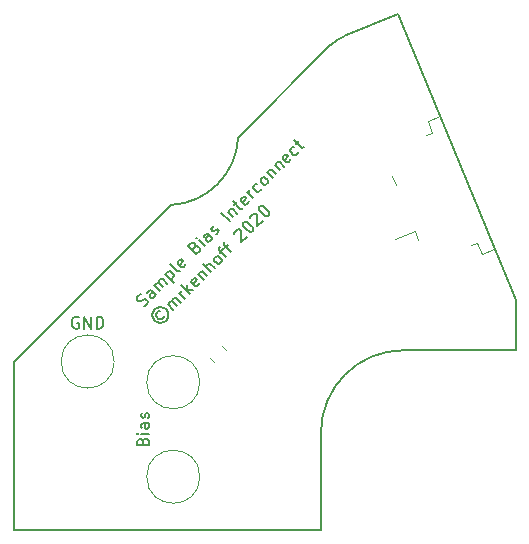
<source format=gbr>
%TF.GenerationSoftware,KiCad,Pcbnew,5.1.6*%
%TF.CreationDate,2020-08-18T09:51:56+02:00*%
%TF.ProjectId,Sample-Bias-Interconnect,53616d70-6c65-42d4-9269-61732d496e74,rev?*%
%TF.SameCoordinates,Original*%
%TF.FileFunction,Legend,Top*%
%TF.FilePolarity,Positive*%
%FSLAX46Y46*%
G04 Gerber Fmt 4.6, Leading zero omitted, Abs format (unit mm)*
G04 Created by KiCad (PCBNEW 5.1.6) date 2020-08-18 09:51:56*
%MOMM*%
%LPD*%
G01*
G04 APERTURE LIST*
%ADD10C,0.150000*%
%TA.AperFunction,Profile*%
%ADD11C,0.200000*%
%TD*%
%ADD12C,0.120000*%
G04 APERTURE END LIST*
D10*
X141988095Y-84500000D02*
X141892857Y-84452380D01*
X141750000Y-84452380D01*
X141607142Y-84500000D01*
X141511904Y-84595238D01*
X141464285Y-84690476D01*
X141416666Y-84880952D01*
X141416666Y-85023809D01*
X141464285Y-85214285D01*
X141511904Y-85309523D01*
X141607142Y-85404761D01*
X141750000Y-85452380D01*
X141845238Y-85452380D01*
X141988095Y-85404761D01*
X142035714Y-85357142D01*
X142035714Y-85023809D01*
X141845238Y-85023809D01*
X142464285Y-85452380D02*
X142464285Y-84452380D01*
X143035714Y-85452380D01*
X143035714Y-84452380D01*
X143511904Y-85452380D02*
X143511904Y-84452380D01*
X143750000Y-84452380D01*
X143892857Y-84500000D01*
X143988095Y-84595238D01*
X144035714Y-84690476D01*
X144083333Y-84880952D01*
X144083333Y-85023809D01*
X144035714Y-85214285D01*
X143988095Y-85309523D01*
X143892857Y-85404761D01*
X143750000Y-85452380D01*
X143511904Y-85452380D01*
X147428571Y-95023809D02*
X147476190Y-94880952D01*
X147523809Y-94833333D01*
X147619047Y-94785714D01*
X147761904Y-94785714D01*
X147857142Y-94833333D01*
X147904761Y-94880952D01*
X147952380Y-94976190D01*
X147952380Y-95357142D01*
X146952380Y-95357142D01*
X146952380Y-95023809D01*
X147000000Y-94928571D01*
X147047619Y-94880952D01*
X147142857Y-94833333D01*
X147238095Y-94833333D01*
X147333333Y-94880952D01*
X147380952Y-94928571D01*
X147428571Y-95023809D01*
X147428571Y-95357142D01*
X147952380Y-94357142D02*
X147285714Y-94357142D01*
X146952380Y-94357142D02*
X147000000Y-94404761D01*
X147047619Y-94357142D01*
X147000000Y-94309523D01*
X146952380Y-94357142D01*
X147047619Y-94357142D01*
X147952380Y-93452380D02*
X147428571Y-93452380D01*
X147333333Y-93500000D01*
X147285714Y-93595238D01*
X147285714Y-93785714D01*
X147333333Y-93880952D01*
X147904761Y-93452380D02*
X147952380Y-93547619D01*
X147952380Y-93785714D01*
X147904761Y-93880952D01*
X147809523Y-93928571D01*
X147714285Y-93928571D01*
X147619047Y-93880952D01*
X147571428Y-93785714D01*
X147571428Y-93547619D01*
X147523809Y-93452380D01*
X147904761Y-93023809D02*
X147952380Y-92928571D01*
X147952380Y-92738095D01*
X147904761Y-92642857D01*
X147809523Y-92595238D01*
X147761904Y-92595238D01*
X147666666Y-92642857D01*
X147619047Y-92738095D01*
X147619047Y-92880952D01*
X147571428Y-92976190D01*
X147476190Y-93023809D01*
X147428571Y-93023809D01*
X147333333Y-92976190D01*
X147285714Y-92880952D01*
X147285714Y-92738095D01*
X147333333Y-92642857D01*
X148840855Y-83971412D02*
X148739839Y-84005083D01*
X148605152Y-84139770D01*
X148571481Y-84240786D01*
X148571481Y-84375473D01*
X148605152Y-84476488D01*
X148739839Y-84611175D01*
X148840855Y-84644847D01*
X148975542Y-84644847D01*
X149076557Y-84611175D01*
X149211244Y-84476488D01*
X149244916Y-84375473D01*
X148436794Y-83836725D02*
X148302107Y-84038755D01*
X148234763Y-84308129D01*
X148302107Y-84577503D01*
X148436794Y-84779534D01*
X148638824Y-84914221D01*
X148908198Y-84981564D01*
X149177572Y-84914221D01*
X149379603Y-84779534D01*
X149514290Y-84577503D01*
X149581633Y-84308129D01*
X149514290Y-84038755D01*
X149379603Y-83836725D01*
X149177572Y-83702038D01*
X148908198Y-83634694D01*
X148638824Y-83702038D01*
X148436794Y-83836725D01*
X150019366Y-83870396D02*
X149547961Y-83398992D01*
X149615305Y-83466335D02*
X149615305Y-83398992D01*
X149648977Y-83297977D01*
X149749992Y-83196961D01*
X149851007Y-83163290D01*
X149952022Y-83196961D01*
X150322412Y-83567351D01*
X149952022Y-83196961D02*
X149918351Y-83095946D01*
X149952022Y-82994931D01*
X150053038Y-82893916D01*
X150154053Y-82860244D01*
X150255068Y-82893916D01*
X150625457Y-83264305D01*
X150962175Y-82927587D02*
X150490770Y-82456183D01*
X150625457Y-82590870D02*
X150591786Y-82489855D01*
X150591786Y-82422511D01*
X150625457Y-82321496D01*
X150692801Y-82254152D01*
X151399908Y-82489855D02*
X150692801Y-81782748D01*
X151197877Y-82153137D02*
X151669282Y-82220481D01*
X151197877Y-81749076D02*
X151197877Y-82287824D01*
X152208030Y-81614389D02*
X152174358Y-81715404D01*
X152039671Y-81850091D01*
X151938656Y-81883763D01*
X151837640Y-81850091D01*
X151568266Y-81580717D01*
X151534595Y-81479702D01*
X151568266Y-81378687D01*
X151702953Y-81244000D01*
X151803969Y-81210328D01*
X151904984Y-81244000D01*
X151972327Y-81311343D01*
X151702953Y-81715404D01*
X152107014Y-80839939D02*
X152578419Y-81311343D01*
X152174358Y-80907282D02*
X152174358Y-80839939D01*
X152208030Y-80738924D01*
X152309045Y-80637908D01*
X152410060Y-80604237D01*
X152511075Y-80637908D01*
X152881465Y-81008298D01*
X153218182Y-80671580D02*
X152511075Y-79964473D01*
X153521228Y-80368534D02*
X153150839Y-79998145D01*
X153049823Y-79964473D01*
X152948808Y-79998145D01*
X152847793Y-80099160D01*
X152814121Y-80200176D01*
X152814121Y-80267519D01*
X153958961Y-79930801D02*
X153857946Y-79964473D01*
X153790602Y-79964473D01*
X153689587Y-79930801D01*
X153487556Y-79728771D01*
X153453885Y-79627756D01*
X153453885Y-79560412D01*
X153487556Y-79459397D01*
X153588572Y-79358382D01*
X153689587Y-79324710D01*
X153756930Y-79324710D01*
X153857946Y-79358382D01*
X154059976Y-79560412D01*
X154093648Y-79661427D01*
X154093648Y-79728771D01*
X154059976Y-79829786D01*
X153958961Y-79930801D01*
X153925289Y-79021664D02*
X154194663Y-78752290D01*
X154497709Y-79392053D02*
X153891617Y-78785962D01*
X153857946Y-78684947D01*
X153891617Y-78583931D01*
X153958961Y-78516588D01*
X154329350Y-78617603D02*
X154598724Y-78348229D01*
X154901770Y-78987992D02*
X154295678Y-78381901D01*
X154262007Y-78280886D01*
X154295678Y-78179870D01*
X154363022Y-78112527D01*
X155171144Y-77439092D02*
X155171144Y-77371748D01*
X155204816Y-77270733D01*
X155373174Y-77102374D01*
X155474190Y-77068703D01*
X155541533Y-77068703D01*
X155642548Y-77102374D01*
X155709892Y-77169718D01*
X155777235Y-77304405D01*
X155777235Y-78112527D01*
X156214968Y-77674794D01*
X155945594Y-76529955D02*
X156012938Y-76462611D01*
X156113953Y-76428939D01*
X156181296Y-76428939D01*
X156282312Y-76462611D01*
X156450670Y-76563626D01*
X156619029Y-76731985D01*
X156720044Y-76900344D01*
X156753716Y-77001359D01*
X156753716Y-77068703D01*
X156720044Y-77169718D01*
X156652701Y-77237061D01*
X156551686Y-77270733D01*
X156484342Y-77270733D01*
X156383327Y-77237061D01*
X156214968Y-77136046D01*
X156046609Y-76967687D01*
X155945594Y-76799329D01*
X155911922Y-76698313D01*
X155911922Y-76630970D01*
X155945594Y-76529955D01*
X156518014Y-76092222D02*
X156518014Y-76024878D01*
X156551686Y-75923863D01*
X156720044Y-75755504D01*
X156821060Y-75721833D01*
X156888403Y-75721833D01*
X156989418Y-75755504D01*
X157056762Y-75822848D01*
X157124105Y-75957535D01*
X157124105Y-76765657D01*
X157561838Y-76327924D01*
X157292464Y-75183085D02*
X157359808Y-75115741D01*
X157460823Y-75082069D01*
X157528166Y-75082069D01*
X157629182Y-75115741D01*
X157797540Y-75216756D01*
X157965899Y-75385115D01*
X158066914Y-75553474D01*
X158100586Y-75654489D01*
X158100586Y-75721833D01*
X158066914Y-75822848D01*
X157999571Y-75890191D01*
X157898556Y-75923863D01*
X157831212Y-75923863D01*
X157730197Y-75890191D01*
X157561838Y-75789176D01*
X157393479Y-75620817D01*
X157292464Y-75452459D01*
X157258792Y-75351443D01*
X157258792Y-75284100D01*
X157292464Y-75183085D01*
X147489839Y-83582579D02*
X147624526Y-83515236D01*
X147792885Y-83346877D01*
X147826557Y-83245862D01*
X147826557Y-83178518D01*
X147792885Y-83077503D01*
X147725542Y-83010160D01*
X147624526Y-82976488D01*
X147557183Y-82976488D01*
X147456168Y-83010160D01*
X147287809Y-83111175D01*
X147186794Y-83144847D01*
X147119450Y-83144847D01*
X147018435Y-83111175D01*
X146951091Y-83043831D01*
X146917420Y-82942816D01*
X146917420Y-82875473D01*
X146951091Y-82774457D01*
X147119450Y-82606099D01*
X147254137Y-82538755D01*
X148533664Y-82606099D02*
X148163274Y-82235709D01*
X148062259Y-82202038D01*
X147961244Y-82235709D01*
X147826557Y-82370396D01*
X147792885Y-82471412D01*
X148499992Y-82572427D02*
X148466320Y-82673442D01*
X148297961Y-82841801D01*
X148196946Y-82875473D01*
X148095931Y-82841801D01*
X148028587Y-82774457D01*
X147994916Y-82673442D01*
X148028587Y-82572427D01*
X148196946Y-82404068D01*
X148230618Y-82303053D01*
X148870381Y-82269381D02*
X148398977Y-81797977D01*
X148466320Y-81865320D02*
X148466320Y-81797977D01*
X148499992Y-81696961D01*
X148601007Y-81595946D01*
X148702022Y-81562274D01*
X148803038Y-81595946D01*
X149173427Y-81966335D01*
X148803038Y-81595946D02*
X148769366Y-81494931D01*
X148803038Y-81393916D01*
X148904053Y-81292900D01*
X149005068Y-81259229D01*
X149106083Y-81292900D01*
X149476473Y-81663290D01*
X149341786Y-80855168D02*
X150048892Y-81562274D01*
X149375457Y-80888839D02*
X149409129Y-80787824D01*
X149543816Y-80653137D01*
X149644831Y-80619465D01*
X149712175Y-80619465D01*
X149813190Y-80653137D01*
X150015221Y-80855168D01*
X150048892Y-80956183D01*
X150048892Y-81023526D01*
X150015221Y-81124542D01*
X149880534Y-81259229D01*
X149779518Y-81292900D01*
X150553969Y-80585794D02*
X150452953Y-80619465D01*
X150351938Y-80585794D01*
X149745847Y-79979702D01*
X151059045Y-80013374D02*
X151025373Y-80114389D01*
X150890686Y-80249076D01*
X150789671Y-80282748D01*
X150688656Y-80249076D01*
X150419282Y-79979702D01*
X150385610Y-79878687D01*
X150419282Y-79777672D01*
X150553969Y-79642985D01*
X150654984Y-79609313D01*
X150755999Y-79642985D01*
X150823343Y-79710328D01*
X150553969Y-80114389D01*
X151833495Y-78565488D02*
X151968182Y-78498145D01*
X152035526Y-78498145D01*
X152136541Y-78531817D01*
X152237556Y-78632832D01*
X152271228Y-78733847D01*
X152271228Y-78801191D01*
X152237556Y-78902206D01*
X151968182Y-79171580D01*
X151261075Y-78464473D01*
X151496778Y-78228771D01*
X151597793Y-78195099D01*
X151665136Y-78195099D01*
X151766152Y-78228771D01*
X151833495Y-78296114D01*
X151867167Y-78397130D01*
X151867167Y-78464473D01*
X151833495Y-78565488D01*
X151597793Y-78801191D01*
X152675289Y-78464473D02*
X152203885Y-77993069D01*
X151968182Y-77757366D02*
X151968182Y-77824710D01*
X152035526Y-77824710D01*
X152035526Y-77757366D01*
X151968182Y-77757366D01*
X152035526Y-77824710D01*
X153315052Y-77824710D02*
X152944663Y-77454321D01*
X152843648Y-77420649D01*
X152742633Y-77454321D01*
X152607946Y-77589008D01*
X152574274Y-77690023D01*
X153281381Y-77791038D02*
X153247709Y-77892053D01*
X153079350Y-78060412D01*
X152978335Y-78094084D01*
X152877320Y-78060412D01*
X152809976Y-77993069D01*
X152776304Y-77892053D01*
X152809976Y-77791038D01*
X152978335Y-77622679D01*
X153012007Y-77521664D01*
X153584426Y-77487992D02*
X153685442Y-77454321D01*
X153820129Y-77319634D01*
X153853800Y-77218618D01*
X153820129Y-77117603D01*
X153786457Y-77083931D01*
X153685442Y-77050260D01*
X153584426Y-77083931D01*
X153483411Y-77184947D01*
X153382396Y-77218618D01*
X153281381Y-77184947D01*
X153247709Y-77151275D01*
X153214037Y-77050260D01*
X153247709Y-76949244D01*
X153348724Y-76848229D01*
X153449739Y-76814557D01*
X154762938Y-76376825D02*
X154055831Y-75669718D01*
X154628251Y-75568703D02*
X155099655Y-76040107D01*
X154695594Y-75636046D02*
X154695594Y-75568703D01*
X154729266Y-75467687D01*
X154830281Y-75366672D01*
X154931296Y-75333000D01*
X155032312Y-75366672D01*
X155402701Y-75737061D01*
X155166999Y-75029955D02*
X155436373Y-74760581D01*
X155032312Y-74693237D02*
X155638403Y-75299329D01*
X155739418Y-75333000D01*
X155840434Y-75299329D01*
X155907777Y-75231985D01*
X156379182Y-74693237D02*
X156345510Y-74794252D01*
X156210823Y-74928939D01*
X156109808Y-74962611D01*
X156008792Y-74928939D01*
X155739418Y-74659565D01*
X155705747Y-74558550D01*
X155739418Y-74457535D01*
X155874105Y-74322848D01*
X155975121Y-74289176D01*
X156076136Y-74322848D01*
X156143479Y-74390191D01*
X155874105Y-74794252D01*
X156749571Y-74390191D02*
X156278166Y-73918787D01*
X156412853Y-74053474D02*
X156379182Y-73952459D01*
X156379182Y-73885115D01*
X156412853Y-73784100D01*
X156480197Y-73716756D01*
X157456678Y-73615741D02*
X157423006Y-73716756D01*
X157288319Y-73851443D01*
X157187304Y-73885115D01*
X157119960Y-73885115D01*
X157018945Y-73851443D01*
X156816914Y-73649413D01*
X156783243Y-73548398D01*
X156783243Y-73481054D01*
X156816914Y-73380039D01*
X156951601Y-73245352D01*
X157052617Y-73211680D01*
X157894411Y-73245352D02*
X157793395Y-73279024D01*
X157726052Y-73279024D01*
X157625037Y-73245352D01*
X157423006Y-73043321D01*
X157389334Y-72942306D01*
X157389334Y-72874962D01*
X157423006Y-72773947D01*
X157524021Y-72672932D01*
X157625037Y-72639260D01*
X157692380Y-72639260D01*
X157793395Y-72672932D01*
X157995426Y-72874962D01*
X158029098Y-72975978D01*
X158029098Y-73043321D01*
X157995426Y-73144337D01*
X157894411Y-73245352D01*
X157961754Y-72235199D02*
X158433159Y-72706604D01*
X158029098Y-72302543D02*
X158029098Y-72235199D01*
X158062769Y-72134184D01*
X158163785Y-72033169D01*
X158264800Y-71999497D01*
X158365815Y-72033169D01*
X158736204Y-72403558D01*
X158601517Y-71595436D02*
X159072922Y-72066840D01*
X158668861Y-71662779D02*
X158668861Y-71595436D01*
X158702533Y-71494421D01*
X158803548Y-71393405D01*
X158904563Y-71359734D01*
X159005578Y-71393405D01*
X159375968Y-71763795D01*
X159948387Y-71124031D02*
X159914716Y-71225047D01*
X159780029Y-71359734D01*
X159679013Y-71393405D01*
X159577998Y-71359734D01*
X159308624Y-71090360D01*
X159274952Y-70989344D01*
X159308624Y-70888329D01*
X159443311Y-70753642D01*
X159544326Y-70719970D01*
X159645342Y-70753642D01*
X159712685Y-70820986D01*
X159443311Y-71225047D01*
X160588151Y-70484268D02*
X160554479Y-70585283D01*
X160419792Y-70719970D01*
X160318777Y-70753642D01*
X160251433Y-70753642D01*
X160150418Y-70719970D01*
X159948387Y-70517940D01*
X159914716Y-70416925D01*
X159914716Y-70349581D01*
X159948387Y-70248566D01*
X160083074Y-70113879D01*
X160184090Y-70080207D01*
X160352448Y-69844505D02*
X160621822Y-69575131D01*
X160217761Y-69507787D02*
X160823853Y-70113879D01*
X160924868Y-70147551D01*
X161025883Y-70113879D01*
X161093227Y-70046535D01*
D11*
X169070900Y-58824800D02*
X179000000Y-83000000D01*
X136500000Y-88287700D02*
X149794962Y-74992700D01*
X155492750Y-69295000D02*
X163300600Y-61487100D01*
X179000000Y-87290100D02*
X169500000Y-87290100D01*
X179000000Y-83000000D02*
X179000000Y-87290100D01*
X162500000Y-94290100D02*
G75*
G02*
X169500000Y-87290100I7000000J0D01*
G01*
X163300626Y-61487027D02*
G75*
G02*
X164445764Y-60724339I2474874J-2474873D01*
G01*
X136500000Y-102500000D02*
X136500000Y-88287700D01*
X169070900Y-58824800D02*
X164445800Y-60724400D01*
X162500000Y-94290100D02*
X162500000Y-102500000D01*
X162500000Y-102500000D02*
X136500000Y-102500000D01*
X155492746Y-69294963D02*
G75*
G02*
X149794960Y-74992746I-5992746J294963D01*
G01*
D12*
%TO.C,TP3*%
X145000000Y-88250000D02*
G75*
G03*
X145000000Y-88250000I-2250000J0D01*
G01*
%TO.C,R1*%
X154117313Y-86913221D02*
X154486779Y-87282687D01*
X153113221Y-87917313D02*
X153482687Y-88286779D01*
%TO.C,TP2*%
X152250000Y-90000000D02*
G75*
G03*
X152250000Y-90000000I-2250000J0D01*
G01*
%TO.C,TP1*%
X152250000Y-98000000D02*
G75*
G03*
X152250000Y-98000000I-2250000J0D01*
G01*
%TO.C,J1*%
X171416785Y-69071181D02*
X171916399Y-68866275D01*
X171916399Y-68866275D02*
X171527456Y-67917935D01*
X171527456Y-67917935D02*
X172554439Y-67496738D01*
X172554439Y-67496738D02*
X177161037Y-78728784D01*
X177161037Y-78728784D02*
X176134054Y-79149981D01*
X176134054Y-79149981D02*
X175745111Y-78201641D01*
X175745111Y-78201641D02*
X175245498Y-78406547D01*
X170754687Y-77919161D02*
X170441636Y-77155863D01*
X170441636Y-77155863D02*
X168776259Y-77838884D01*
X168874482Y-73334747D02*
X168561431Y-72571449D01*
%TD*%
M02*

</source>
